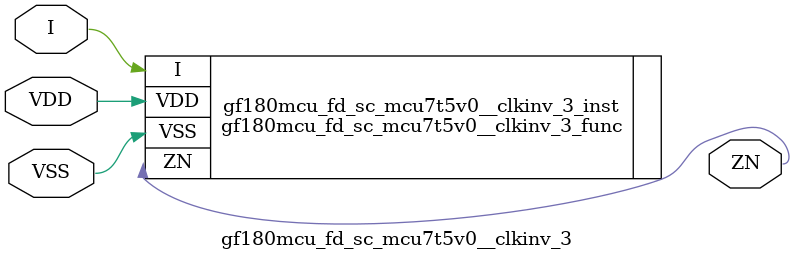
<source format=v>

module gf180mcu_fd_sc_mcu7t5v0__clkinv_3( I, ZN, VDD, VSS );
input I;
inout VDD, VSS;
output ZN;

   `ifdef FUNCTIONAL  //  functional //

	gf180mcu_fd_sc_mcu7t5v0__clkinv_3_func gf180mcu_fd_sc_mcu7t5v0__clkinv_3_behav_inst(.I(I),.ZN(ZN),.VDD(VDD),.VSS(VSS));

   `else

	gf180mcu_fd_sc_mcu7t5v0__clkinv_3_func gf180mcu_fd_sc_mcu7t5v0__clkinv_3_inst(.I(I),.ZN(ZN),.VDD(VDD),.VSS(VSS));

	// spec_gates_begin


	// spec_gates_end



   specify

	// specify_block_begin

	// comb arc I --> ZN
	 (I => ZN) = (1.0,1.0);

	// specify_block_end

   endspecify

   `endif

endmodule

</source>
